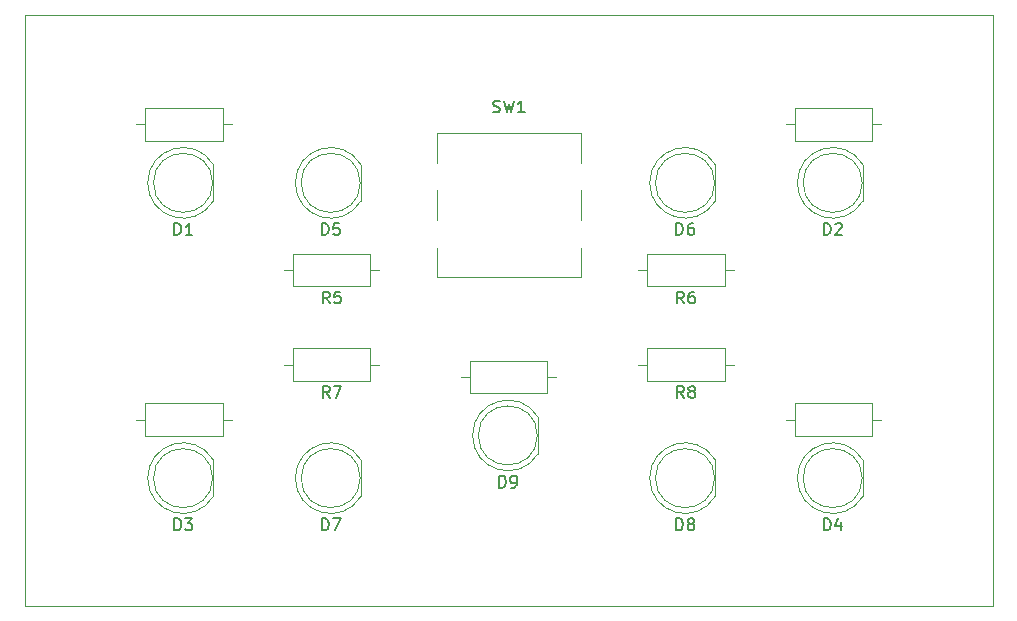
<source format=gbr>
%TF.GenerationSoftware,KiCad,Pcbnew,8.0.5*%
%TF.CreationDate,2025-02-06T11:19:09+08:00*%
%TF.ProjectId,arduino_solar_bikelight_2,61726475-696e-46f5-9f73-6f6c61725f62,rev?*%
%TF.SameCoordinates,Original*%
%TF.FileFunction,Legend,Top*%
%TF.FilePolarity,Positive*%
%FSLAX46Y46*%
G04 Gerber Fmt 4.6, Leading zero omitted, Abs format (unit mm)*
G04 Created by KiCad (PCBNEW 8.0.5) date 2025-02-06 11:19:09*
%MOMM*%
%LPD*%
G01*
G04 APERTURE LIST*
%ADD10C,0.150000*%
%ADD11C,0.120000*%
%TA.AperFunction,Profile*%
%ADD12C,0.050000*%
%TD*%
G04 APERTURE END LIST*
D10*
X147846905Y-55424819D02*
X147846905Y-54424819D01*
X147846905Y-54424819D02*
X148085000Y-54424819D01*
X148085000Y-54424819D02*
X148227857Y-54472438D01*
X148227857Y-54472438D02*
X148323095Y-54567676D01*
X148323095Y-54567676D02*
X148370714Y-54662914D01*
X148370714Y-54662914D02*
X148418333Y-54853390D01*
X148418333Y-54853390D02*
X148418333Y-54996247D01*
X148418333Y-54996247D02*
X148370714Y-55186723D01*
X148370714Y-55186723D02*
X148323095Y-55281961D01*
X148323095Y-55281961D02*
X148227857Y-55377200D01*
X148227857Y-55377200D02*
X148085000Y-55424819D01*
X148085000Y-55424819D02*
X147846905Y-55424819D01*
X149323095Y-54424819D02*
X148846905Y-54424819D01*
X148846905Y-54424819D02*
X148799286Y-54901009D01*
X148799286Y-54901009D02*
X148846905Y-54853390D01*
X148846905Y-54853390D02*
X148942143Y-54805771D01*
X148942143Y-54805771D02*
X149180238Y-54805771D01*
X149180238Y-54805771D02*
X149275476Y-54853390D01*
X149275476Y-54853390D02*
X149323095Y-54901009D01*
X149323095Y-54901009D02*
X149370714Y-54996247D01*
X149370714Y-54996247D02*
X149370714Y-55234342D01*
X149370714Y-55234342D02*
X149323095Y-55329580D01*
X149323095Y-55329580D02*
X149275476Y-55377200D01*
X149275476Y-55377200D02*
X149180238Y-55424819D01*
X149180238Y-55424819D02*
X148942143Y-55424819D01*
X148942143Y-55424819D02*
X148846905Y-55377200D01*
X148846905Y-55377200D02*
X148799286Y-55329580D01*
X177846905Y-80424819D02*
X177846905Y-79424819D01*
X177846905Y-79424819D02*
X178085000Y-79424819D01*
X178085000Y-79424819D02*
X178227857Y-79472438D01*
X178227857Y-79472438D02*
X178323095Y-79567676D01*
X178323095Y-79567676D02*
X178370714Y-79662914D01*
X178370714Y-79662914D02*
X178418333Y-79853390D01*
X178418333Y-79853390D02*
X178418333Y-79996247D01*
X178418333Y-79996247D02*
X178370714Y-80186723D01*
X178370714Y-80186723D02*
X178323095Y-80281961D01*
X178323095Y-80281961D02*
X178227857Y-80377200D01*
X178227857Y-80377200D02*
X178085000Y-80424819D01*
X178085000Y-80424819D02*
X177846905Y-80424819D01*
X178989762Y-79853390D02*
X178894524Y-79805771D01*
X178894524Y-79805771D02*
X178846905Y-79758152D01*
X178846905Y-79758152D02*
X178799286Y-79662914D01*
X178799286Y-79662914D02*
X178799286Y-79615295D01*
X178799286Y-79615295D02*
X178846905Y-79520057D01*
X178846905Y-79520057D02*
X178894524Y-79472438D01*
X178894524Y-79472438D02*
X178989762Y-79424819D01*
X178989762Y-79424819D02*
X179180238Y-79424819D01*
X179180238Y-79424819D02*
X179275476Y-79472438D01*
X179275476Y-79472438D02*
X179323095Y-79520057D01*
X179323095Y-79520057D02*
X179370714Y-79615295D01*
X179370714Y-79615295D02*
X179370714Y-79662914D01*
X179370714Y-79662914D02*
X179323095Y-79758152D01*
X179323095Y-79758152D02*
X179275476Y-79805771D01*
X179275476Y-79805771D02*
X179180238Y-79853390D01*
X179180238Y-79853390D02*
X178989762Y-79853390D01*
X178989762Y-79853390D02*
X178894524Y-79901009D01*
X178894524Y-79901009D02*
X178846905Y-79948628D01*
X178846905Y-79948628D02*
X178799286Y-80043866D01*
X178799286Y-80043866D02*
X178799286Y-80234342D01*
X178799286Y-80234342D02*
X178846905Y-80329580D01*
X178846905Y-80329580D02*
X178894524Y-80377200D01*
X178894524Y-80377200D02*
X178989762Y-80424819D01*
X178989762Y-80424819D02*
X179180238Y-80424819D01*
X179180238Y-80424819D02*
X179275476Y-80377200D01*
X179275476Y-80377200D02*
X179323095Y-80329580D01*
X179323095Y-80329580D02*
X179370714Y-80234342D01*
X179370714Y-80234342D02*
X179370714Y-80043866D01*
X179370714Y-80043866D02*
X179323095Y-79948628D01*
X179323095Y-79948628D02*
X179275476Y-79901009D01*
X179275476Y-79901009D02*
X179180238Y-79853390D01*
X135346905Y-55424819D02*
X135346905Y-54424819D01*
X135346905Y-54424819D02*
X135585000Y-54424819D01*
X135585000Y-54424819D02*
X135727857Y-54472438D01*
X135727857Y-54472438D02*
X135823095Y-54567676D01*
X135823095Y-54567676D02*
X135870714Y-54662914D01*
X135870714Y-54662914D02*
X135918333Y-54853390D01*
X135918333Y-54853390D02*
X135918333Y-54996247D01*
X135918333Y-54996247D02*
X135870714Y-55186723D01*
X135870714Y-55186723D02*
X135823095Y-55281961D01*
X135823095Y-55281961D02*
X135727857Y-55377200D01*
X135727857Y-55377200D02*
X135585000Y-55424819D01*
X135585000Y-55424819D02*
X135346905Y-55424819D01*
X136870714Y-55424819D02*
X136299286Y-55424819D01*
X136585000Y-55424819D02*
X136585000Y-54424819D01*
X136585000Y-54424819D02*
X136489762Y-54567676D01*
X136489762Y-54567676D02*
X136394524Y-54662914D01*
X136394524Y-54662914D02*
X136299286Y-54710533D01*
X148498333Y-69219819D02*
X148165000Y-68743628D01*
X147926905Y-69219819D02*
X147926905Y-68219819D01*
X147926905Y-68219819D02*
X148307857Y-68219819D01*
X148307857Y-68219819D02*
X148403095Y-68267438D01*
X148403095Y-68267438D02*
X148450714Y-68315057D01*
X148450714Y-68315057D02*
X148498333Y-68410295D01*
X148498333Y-68410295D02*
X148498333Y-68553152D01*
X148498333Y-68553152D02*
X148450714Y-68648390D01*
X148450714Y-68648390D02*
X148403095Y-68696009D01*
X148403095Y-68696009D02*
X148307857Y-68743628D01*
X148307857Y-68743628D02*
X147926905Y-68743628D01*
X148831667Y-68219819D02*
X149498333Y-68219819D01*
X149498333Y-68219819D02*
X149069762Y-69219819D01*
X162846905Y-76809819D02*
X162846905Y-75809819D01*
X162846905Y-75809819D02*
X163085000Y-75809819D01*
X163085000Y-75809819D02*
X163227857Y-75857438D01*
X163227857Y-75857438D02*
X163323095Y-75952676D01*
X163323095Y-75952676D02*
X163370714Y-76047914D01*
X163370714Y-76047914D02*
X163418333Y-76238390D01*
X163418333Y-76238390D02*
X163418333Y-76381247D01*
X163418333Y-76381247D02*
X163370714Y-76571723D01*
X163370714Y-76571723D02*
X163323095Y-76666961D01*
X163323095Y-76666961D02*
X163227857Y-76762200D01*
X163227857Y-76762200D02*
X163085000Y-76809819D01*
X163085000Y-76809819D02*
X162846905Y-76809819D01*
X163894524Y-76809819D02*
X164085000Y-76809819D01*
X164085000Y-76809819D02*
X164180238Y-76762200D01*
X164180238Y-76762200D02*
X164227857Y-76714580D01*
X164227857Y-76714580D02*
X164323095Y-76571723D01*
X164323095Y-76571723D02*
X164370714Y-76381247D01*
X164370714Y-76381247D02*
X164370714Y-76000295D01*
X164370714Y-76000295D02*
X164323095Y-75905057D01*
X164323095Y-75905057D02*
X164275476Y-75857438D01*
X164275476Y-75857438D02*
X164180238Y-75809819D01*
X164180238Y-75809819D02*
X163989762Y-75809819D01*
X163989762Y-75809819D02*
X163894524Y-75857438D01*
X163894524Y-75857438D02*
X163846905Y-75905057D01*
X163846905Y-75905057D02*
X163799286Y-76000295D01*
X163799286Y-76000295D02*
X163799286Y-76238390D01*
X163799286Y-76238390D02*
X163846905Y-76333628D01*
X163846905Y-76333628D02*
X163894524Y-76381247D01*
X163894524Y-76381247D02*
X163989762Y-76428866D01*
X163989762Y-76428866D02*
X164180238Y-76428866D01*
X164180238Y-76428866D02*
X164275476Y-76381247D01*
X164275476Y-76381247D02*
X164323095Y-76333628D01*
X164323095Y-76333628D02*
X164370714Y-76238390D01*
X190346905Y-55424819D02*
X190346905Y-54424819D01*
X190346905Y-54424819D02*
X190585000Y-54424819D01*
X190585000Y-54424819D02*
X190727857Y-54472438D01*
X190727857Y-54472438D02*
X190823095Y-54567676D01*
X190823095Y-54567676D02*
X190870714Y-54662914D01*
X190870714Y-54662914D02*
X190918333Y-54853390D01*
X190918333Y-54853390D02*
X190918333Y-54996247D01*
X190918333Y-54996247D02*
X190870714Y-55186723D01*
X190870714Y-55186723D02*
X190823095Y-55281961D01*
X190823095Y-55281961D02*
X190727857Y-55377200D01*
X190727857Y-55377200D02*
X190585000Y-55424819D01*
X190585000Y-55424819D02*
X190346905Y-55424819D01*
X191299286Y-54520057D02*
X191346905Y-54472438D01*
X191346905Y-54472438D02*
X191442143Y-54424819D01*
X191442143Y-54424819D02*
X191680238Y-54424819D01*
X191680238Y-54424819D02*
X191775476Y-54472438D01*
X191775476Y-54472438D02*
X191823095Y-54520057D01*
X191823095Y-54520057D02*
X191870714Y-54615295D01*
X191870714Y-54615295D02*
X191870714Y-54710533D01*
X191870714Y-54710533D02*
X191823095Y-54853390D01*
X191823095Y-54853390D02*
X191251667Y-55424819D01*
X191251667Y-55424819D02*
X191870714Y-55424819D01*
X135346905Y-80424819D02*
X135346905Y-79424819D01*
X135346905Y-79424819D02*
X135585000Y-79424819D01*
X135585000Y-79424819D02*
X135727857Y-79472438D01*
X135727857Y-79472438D02*
X135823095Y-79567676D01*
X135823095Y-79567676D02*
X135870714Y-79662914D01*
X135870714Y-79662914D02*
X135918333Y-79853390D01*
X135918333Y-79853390D02*
X135918333Y-79996247D01*
X135918333Y-79996247D02*
X135870714Y-80186723D01*
X135870714Y-80186723D02*
X135823095Y-80281961D01*
X135823095Y-80281961D02*
X135727857Y-80377200D01*
X135727857Y-80377200D02*
X135585000Y-80424819D01*
X135585000Y-80424819D02*
X135346905Y-80424819D01*
X136251667Y-79424819D02*
X136870714Y-79424819D01*
X136870714Y-79424819D02*
X136537381Y-79805771D01*
X136537381Y-79805771D02*
X136680238Y-79805771D01*
X136680238Y-79805771D02*
X136775476Y-79853390D01*
X136775476Y-79853390D02*
X136823095Y-79901009D01*
X136823095Y-79901009D02*
X136870714Y-79996247D01*
X136870714Y-79996247D02*
X136870714Y-80234342D01*
X136870714Y-80234342D02*
X136823095Y-80329580D01*
X136823095Y-80329580D02*
X136775476Y-80377200D01*
X136775476Y-80377200D02*
X136680238Y-80424819D01*
X136680238Y-80424819D02*
X136394524Y-80424819D01*
X136394524Y-80424819D02*
X136299286Y-80377200D01*
X136299286Y-80377200D02*
X136251667Y-80329580D01*
X147846905Y-80424819D02*
X147846905Y-79424819D01*
X147846905Y-79424819D02*
X148085000Y-79424819D01*
X148085000Y-79424819D02*
X148227857Y-79472438D01*
X148227857Y-79472438D02*
X148323095Y-79567676D01*
X148323095Y-79567676D02*
X148370714Y-79662914D01*
X148370714Y-79662914D02*
X148418333Y-79853390D01*
X148418333Y-79853390D02*
X148418333Y-79996247D01*
X148418333Y-79996247D02*
X148370714Y-80186723D01*
X148370714Y-80186723D02*
X148323095Y-80281961D01*
X148323095Y-80281961D02*
X148227857Y-80377200D01*
X148227857Y-80377200D02*
X148085000Y-80424819D01*
X148085000Y-80424819D02*
X147846905Y-80424819D01*
X148751667Y-79424819D02*
X149418333Y-79424819D01*
X149418333Y-79424819D02*
X148989762Y-80424819D01*
X162331667Y-45002200D02*
X162474524Y-45049819D01*
X162474524Y-45049819D02*
X162712619Y-45049819D01*
X162712619Y-45049819D02*
X162807857Y-45002200D01*
X162807857Y-45002200D02*
X162855476Y-44954580D01*
X162855476Y-44954580D02*
X162903095Y-44859342D01*
X162903095Y-44859342D02*
X162903095Y-44764104D01*
X162903095Y-44764104D02*
X162855476Y-44668866D01*
X162855476Y-44668866D02*
X162807857Y-44621247D01*
X162807857Y-44621247D02*
X162712619Y-44573628D01*
X162712619Y-44573628D02*
X162522143Y-44526009D01*
X162522143Y-44526009D02*
X162426905Y-44478390D01*
X162426905Y-44478390D02*
X162379286Y-44430771D01*
X162379286Y-44430771D02*
X162331667Y-44335533D01*
X162331667Y-44335533D02*
X162331667Y-44240295D01*
X162331667Y-44240295D02*
X162379286Y-44145057D01*
X162379286Y-44145057D02*
X162426905Y-44097438D01*
X162426905Y-44097438D02*
X162522143Y-44049819D01*
X162522143Y-44049819D02*
X162760238Y-44049819D01*
X162760238Y-44049819D02*
X162903095Y-44097438D01*
X163236429Y-44049819D02*
X163474524Y-45049819D01*
X163474524Y-45049819D02*
X163665000Y-44335533D01*
X163665000Y-44335533D02*
X163855476Y-45049819D01*
X163855476Y-45049819D02*
X164093572Y-44049819D01*
X164998333Y-45049819D02*
X164426905Y-45049819D01*
X164712619Y-45049819D02*
X164712619Y-44049819D01*
X164712619Y-44049819D02*
X164617381Y-44192676D01*
X164617381Y-44192676D02*
X164522143Y-44287914D01*
X164522143Y-44287914D02*
X164426905Y-44335533D01*
X178498333Y-69219819D02*
X178165000Y-68743628D01*
X177926905Y-69219819D02*
X177926905Y-68219819D01*
X177926905Y-68219819D02*
X178307857Y-68219819D01*
X178307857Y-68219819D02*
X178403095Y-68267438D01*
X178403095Y-68267438D02*
X178450714Y-68315057D01*
X178450714Y-68315057D02*
X178498333Y-68410295D01*
X178498333Y-68410295D02*
X178498333Y-68553152D01*
X178498333Y-68553152D02*
X178450714Y-68648390D01*
X178450714Y-68648390D02*
X178403095Y-68696009D01*
X178403095Y-68696009D02*
X178307857Y-68743628D01*
X178307857Y-68743628D02*
X177926905Y-68743628D01*
X179069762Y-68648390D02*
X178974524Y-68600771D01*
X178974524Y-68600771D02*
X178926905Y-68553152D01*
X178926905Y-68553152D02*
X178879286Y-68457914D01*
X178879286Y-68457914D02*
X178879286Y-68410295D01*
X178879286Y-68410295D02*
X178926905Y-68315057D01*
X178926905Y-68315057D02*
X178974524Y-68267438D01*
X178974524Y-68267438D02*
X179069762Y-68219819D01*
X179069762Y-68219819D02*
X179260238Y-68219819D01*
X179260238Y-68219819D02*
X179355476Y-68267438D01*
X179355476Y-68267438D02*
X179403095Y-68315057D01*
X179403095Y-68315057D02*
X179450714Y-68410295D01*
X179450714Y-68410295D02*
X179450714Y-68457914D01*
X179450714Y-68457914D02*
X179403095Y-68553152D01*
X179403095Y-68553152D02*
X179355476Y-68600771D01*
X179355476Y-68600771D02*
X179260238Y-68648390D01*
X179260238Y-68648390D02*
X179069762Y-68648390D01*
X179069762Y-68648390D02*
X178974524Y-68696009D01*
X178974524Y-68696009D02*
X178926905Y-68743628D01*
X178926905Y-68743628D02*
X178879286Y-68838866D01*
X178879286Y-68838866D02*
X178879286Y-69029342D01*
X178879286Y-69029342D02*
X178926905Y-69124580D01*
X178926905Y-69124580D02*
X178974524Y-69172200D01*
X178974524Y-69172200D02*
X179069762Y-69219819D01*
X179069762Y-69219819D02*
X179260238Y-69219819D01*
X179260238Y-69219819D02*
X179355476Y-69172200D01*
X179355476Y-69172200D02*
X179403095Y-69124580D01*
X179403095Y-69124580D02*
X179450714Y-69029342D01*
X179450714Y-69029342D02*
X179450714Y-68838866D01*
X179450714Y-68838866D02*
X179403095Y-68743628D01*
X179403095Y-68743628D02*
X179355476Y-68696009D01*
X179355476Y-68696009D02*
X179260238Y-68648390D01*
X177846905Y-55424819D02*
X177846905Y-54424819D01*
X177846905Y-54424819D02*
X178085000Y-54424819D01*
X178085000Y-54424819D02*
X178227857Y-54472438D01*
X178227857Y-54472438D02*
X178323095Y-54567676D01*
X178323095Y-54567676D02*
X178370714Y-54662914D01*
X178370714Y-54662914D02*
X178418333Y-54853390D01*
X178418333Y-54853390D02*
X178418333Y-54996247D01*
X178418333Y-54996247D02*
X178370714Y-55186723D01*
X178370714Y-55186723D02*
X178323095Y-55281961D01*
X178323095Y-55281961D02*
X178227857Y-55377200D01*
X178227857Y-55377200D02*
X178085000Y-55424819D01*
X178085000Y-55424819D02*
X177846905Y-55424819D01*
X179275476Y-54424819D02*
X179085000Y-54424819D01*
X179085000Y-54424819D02*
X178989762Y-54472438D01*
X178989762Y-54472438D02*
X178942143Y-54520057D01*
X178942143Y-54520057D02*
X178846905Y-54662914D01*
X178846905Y-54662914D02*
X178799286Y-54853390D01*
X178799286Y-54853390D02*
X178799286Y-55234342D01*
X178799286Y-55234342D02*
X178846905Y-55329580D01*
X178846905Y-55329580D02*
X178894524Y-55377200D01*
X178894524Y-55377200D02*
X178989762Y-55424819D01*
X178989762Y-55424819D02*
X179180238Y-55424819D01*
X179180238Y-55424819D02*
X179275476Y-55377200D01*
X179275476Y-55377200D02*
X179323095Y-55329580D01*
X179323095Y-55329580D02*
X179370714Y-55234342D01*
X179370714Y-55234342D02*
X179370714Y-54996247D01*
X179370714Y-54996247D02*
X179323095Y-54901009D01*
X179323095Y-54901009D02*
X179275476Y-54853390D01*
X179275476Y-54853390D02*
X179180238Y-54805771D01*
X179180238Y-54805771D02*
X178989762Y-54805771D01*
X178989762Y-54805771D02*
X178894524Y-54853390D01*
X178894524Y-54853390D02*
X178846905Y-54901009D01*
X178846905Y-54901009D02*
X178799286Y-54996247D01*
X148498333Y-61219819D02*
X148165000Y-60743628D01*
X147926905Y-61219819D02*
X147926905Y-60219819D01*
X147926905Y-60219819D02*
X148307857Y-60219819D01*
X148307857Y-60219819D02*
X148403095Y-60267438D01*
X148403095Y-60267438D02*
X148450714Y-60315057D01*
X148450714Y-60315057D02*
X148498333Y-60410295D01*
X148498333Y-60410295D02*
X148498333Y-60553152D01*
X148498333Y-60553152D02*
X148450714Y-60648390D01*
X148450714Y-60648390D02*
X148403095Y-60696009D01*
X148403095Y-60696009D02*
X148307857Y-60743628D01*
X148307857Y-60743628D02*
X147926905Y-60743628D01*
X149403095Y-60219819D02*
X148926905Y-60219819D01*
X148926905Y-60219819D02*
X148879286Y-60696009D01*
X148879286Y-60696009D02*
X148926905Y-60648390D01*
X148926905Y-60648390D02*
X149022143Y-60600771D01*
X149022143Y-60600771D02*
X149260238Y-60600771D01*
X149260238Y-60600771D02*
X149355476Y-60648390D01*
X149355476Y-60648390D02*
X149403095Y-60696009D01*
X149403095Y-60696009D02*
X149450714Y-60791247D01*
X149450714Y-60791247D02*
X149450714Y-61029342D01*
X149450714Y-61029342D02*
X149403095Y-61124580D01*
X149403095Y-61124580D02*
X149355476Y-61172200D01*
X149355476Y-61172200D02*
X149260238Y-61219819D01*
X149260238Y-61219819D02*
X149022143Y-61219819D01*
X149022143Y-61219819D02*
X148926905Y-61172200D01*
X148926905Y-61172200D02*
X148879286Y-61124580D01*
X190346905Y-80424819D02*
X190346905Y-79424819D01*
X190346905Y-79424819D02*
X190585000Y-79424819D01*
X190585000Y-79424819D02*
X190727857Y-79472438D01*
X190727857Y-79472438D02*
X190823095Y-79567676D01*
X190823095Y-79567676D02*
X190870714Y-79662914D01*
X190870714Y-79662914D02*
X190918333Y-79853390D01*
X190918333Y-79853390D02*
X190918333Y-79996247D01*
X190918333Y-79996247D02*
X190870714Y-80186723D01*
X190870714Y-80186723D02*
X190823095Y-80281961D01*
X190823095Y-80281961D02*
X190727857Y-80377200D01*
X190727857Y-80377200D02*
X190585000Y-80424819D01*
X190585000Y-80424819D02*
X190346905Y-80424819D01*
X191775476Y-79758152D02*
X191775476Y-80424819D01*
X191537381Y-79377200D02*
X191299286Y-80091485D01*
X191299286Y-80091485D02*
X191918333Y-80091485D01*
X178498333Y-61219819D02*
X178165000Y-60743628D01*
X177926905Y-61219819D02*
X177926905Y-60219819D01*
X177926905Y-60219819D02*
X178307857Y-60219819D01*
X178307857Y-60219819D02*
X178403095Y-60267438D01*
X178403095Y-60267438D02*
X178450714Y-60315057D01*
X178450714Y-60315057D02*
X178498333Y-60410295D01*
X178498333Y-60410295D02*
X178498333Y-60553152D01*
X178498333Y-60553152D02*
X178450714Y-60648390D01*
X178450714Y-60648390D02*
X178403095Y-60696009D01*
X178403095Y-60696009D02*
X178307857Y-60743628D01*
X178307857Y-60743628D02*
X177926905Y-60743628D01*
X179355476Y-60219819D02*
X179165000Y-60219819D01*
X179165000Y-60219819D02*
X179069762Y-60267438D01*
X179069762Y-60267438D02*
X179022143Y-60315057D01*
X179022143Y-60315057D02*
X178926905Y-60457914D01*
X178926905Y-60457914D02*
X178879286Y-60648390D01*
X178879286Y-60648390D02*
X178879286Y-61029342D01*
X178879286Y-61029342D02*
X178926905Y-61124580D01*
X178926905Y-61124580D02*
X178974524Y-61172200D01*
X178974524Y-61172200D02*
X179069762Y-61219819D01*
X179069762Y-61219819D02*
X179260238Y-61219819D01*
X179260238Y-61219819D02*
X179355476Y-61172200D01*
X179355476Y-61172200D02*
X179403095Y-61124580D01*
X179403095Y-61124580D02*
X179450714Y-61029342D01*
X179450714Y-61029342D02*
X179450714Y-60791247D01*
X179450714Y-60791247D02*
X179403095Y-60696009D01*
X179403095Y-60696009D02*
X179355476Y-60648390D01*
X179355476Y-60648390D02*
X179260238Y-60600771D01*
X179260238Y-60600771D02*
X179069762Y-60600771D01*
X179069762Y-60600771D02*
X178974524Y-60648390D01*
X178974524Y-60648390D02*
X178926905Y-60696009D01*
X178926905Y-60696009D02*
X178879286Y-60791247D01*
D11*
%TO.C,R9*%
X159625000Y-67445000D02*
X160395000Y-67445000D01*
X160395000Y-66075000D02*
X160395000Y-68815000D01*
X160395000Y-68815000D02*
X166935000Y-68815000D01*
X166935000Y-66075000D02*
X160395000Y-66075000D01*
X166935000Y-68815000D02*
X166935000Y-66075000D01*
X167705000Y-67445000D02*
X166935000Y-67445000D01*
%TO.C,D5*%
X151145000Y-52555000D02*
X151145000Y-49465000D01*
X145595000Y-51010462D02*
G75*
G02*
X151145000Y-49465170I2990000J462D01*
G01*
X151145000Y-52554830D02*
G75*
G02*
X145595000Y-51009538I-2560000J1544830D01*
G01*
X151085000Y-51010000D02*
G75*
G02*
X146085000Y-51010000I-2500000J0D01*
G01*
X146085000Y-51010000D02*
G75*
G02*
X151085000Y-51010000I2500000J0D01*
G01*
%TO.C,D8*%
X181145000Y-77555000D02*
X181145000Y-74465000D01*
X175595000Y-76010462D02*
G75*
G02*
X181145000Y-74465170I2990000J462D01*
G01*
X181145000Y-77554830D02*
G75*
G02*
X175595000Y-76009538I-2560000J1544830D01*
G01*
X181085000Y-76010000D02*
G75*
G02*
X176085000Y-76010000I-2500000J0D01*
G01*
X176085000Y-76010000D02*
G75*
G02*
X181085000Y-76010000I2500000J0D01*
G01*
%TO.C,R4*%
X187125000Y-71060000D02*
X187895000Y-71060000D01*
X187895000Y-69690000D02*
X187895000Y-72430000D01*
X187895000Y-72430000D02*
X194435000Y-72430000D01*
X194435000Y-69690000D02*
X187895000Y-69690000D01*
X194435000Y-72430000D02*
X194435000Y-69690000D01*
X195205000Y-71060000D02*
X194435000Y-71060000D01*
%TO.C,D1*%
X138645000Y-52555000D02*
X138645000Y-49465000D01*
X133095000Y-51010462D02*
G75*
G02*
X138645000Y-49465170I2990000J462D01*
G01*
X138645000Y-52554830D02*
G75*
G02*
X133095000Y-51009538I-2560000J1544830D01*
G01*
X138585000Y-51010000D02*
G75*
G02*
X133585000Y-51010000I-2500000J0D01*
G01*
X133585000Y-51010000D02*
G75*
G02*
X138585000Y-51010000I2500000J0D01*
G01*
%TO.C,R7*%
X144625000Y-66395000D02*
X145395000Y-66395000D01*
X145395000Y-65025000D02*
X145395000Y-67765000D01*
X145395000Y-67765000D02*
X151935000Y-67765000D01*
X151935000Y-65025000D02*
X145395000Y-65025000D01*
X151935000Y-67765000D02*
X151935000Y-65025000D01*
X152705000Y-66395000D02*
X151935000Y-66395000D01*
%TO.C,D9*%
X166145000Y-73940000D02*
X166145000Y-70850000D01*
X160595000Y-72395462D02*
G75*
G02*
X166145000Y-70850170I2990000J462D01*
G01*
X166145000Y-73939830D02*
G75*
G02*
X160595000Y-72394538I-2560000J1544830D01*
G01*
X166085000Y-72395000D02*
G75*
G02*
X161085000Y-72395000I-2500000J0D01*
G01*
X161085000Y-72395000D02*
G75*
G02*
X166085000Y-72395000I2500000J0D01*
G01*
%TO.C,D2*%
X193645000Y-52555000D02*
X193645000Y-49465000D01*
X188095000Y-51010462D02*
G75*
G02*
X193645000Y-49465170I2990000J462D01*
G01*
X193645000Y-52554830D02*
G75*
G02*
X188095000Y-51009538I-2560000J1544830D01*
G01*
X193585000Y-51010000D02*
G75*
G02*
X188585000Y-51010000I-2500000J0D01*
G01*
X188585000Y-51010000D02*
G75*
G02*
X193585000Y-51010000I2500000J0D01*
G01*
%TO.C,R1*%
X132125000Y-46060000D02*
X132895000Y-46060000D01*
X132895000Y-44690000D02*
X132895000Y-47430000D01*
X132895000Y-47430000D02*
X139435000Y-47430000D01*
X139435000Y-44690000D02*
X132895000Y-44690000D01*
X139435000Y-47430000D02*
X139435000Y-44690000D01*
X140205000Y-46060000D02*
X139435000Y-46060000D01*
%TO.C,D3*%
X138645000Y-77555000D02*
X138645000Y-74465000D01*
X133095000Y-76010462D02*
G75*
G02*
X138645000Y-74465170I2990000J462D01*
G01*
X138645000Y-77554830D02*
G75*
G02*
X133095000Y-76009538I-2560000J1544830D01*
G01*
X138585000Y-76010000D02*
G75*
G02*
X133585000Y-76010000I-2500000J0D01*
G01*
X133585000Y-76010000D02*
G75*
G02*
X138585000Y-76010000I2500000J0D01*
G01*
%TO.C,D7*%
X151145000Y-77555000D02*
X151145000Y-74465000D01*
X145595000Y-76010462D02*
G75*
G02*
X151145000Y-74465170I2990000J462D01*
G01*
X151145000Y-77554830D02*
G75*
G02*
X145595000Y-76009538I-2560000J1544830D01*
G01*
X151085000Y-76010000D02*
G75*
G02*
X146085000Y-76010000I-2500000J0D01*
G01*
X146085000Y-76010000D02*
G75*
G02*
X151085000Y-76010000I2500000J0D01*
G01*
%TO.C,R3*%
X132125000Y-71060000D02*
X132895000Y-71060000D01*
X132895000Y-69690000D02*
X132895000Y-72430000D01*
X132895000Y-72430000D02*
X139435000Y-72430000D01*
X139435000Y-69690000D02*
X132895000Y-69690000D01*
X139435000Y-72430000D02*
X139435000Y-69690000D01*
X140205000Y-71060000D02*
X139435000Y-71060000D01*
%TO.C,SW1*%
X157555000Y-46785000D02*
X157555000Y-49295000D01*
X157555000Y-46785000D02*
X169775000Y-46785000D01*
X157555000Y-51595000D02*
X157555000Y-54195000D01*
X157555000Y-56495000D02*
X157555000Y-59005000D01*
X169775000Y-46785000D02*
X169775000Y-49295000D01*
X169775000Y-51595000D02*
X169775000Y-54195000D01*
X169775000Y-56495000D02*
X169775000Y-59005000D01*
X169775000Y-59005000D02*
X157555000Y-59005000D01*
%TO.C,R8*%
X174625000Y-66395000D02*
X175395000Y-66395000D01*
X175395000Y-65025000D02*
X175395000Y-67765000D01*
X175395000Y-67765000D02*
X181935000Y-67765000D01*
X181935000Y-65025000D02*
X175395000Y-65025000D01*
X181935000Y-67765000D02*
X181935000Y-65025000D01*
X182705000Y-66395000D02*
X181935000Y-66395000D01*
%TO.C,R2*%
X187125000Y-46060000D02*
X187895000Y-46060000D01*
X187895000Y-44690000D02*
X187895000Y-47430000D01*
X187895000Y-47430000D02*
X194435000Y-47430000D01*
X194435000Y-44690000D02*
X187895000Y-44690000D01*
X194435000Y-47430000D02*
X194435000Y-44690000D01*
X195205000Y-46060000D02*
X194435000Y-46060000D01*
%TO.C,D6*%
X181145000Y-52555000D02*
X181145000Y-49465000D01*
X175595000Y-51010462D02*
G75*
G02*
X181145000Y-49465170I2990000J462D01*
G01*
X181145000Y-52554830D02*
G75*
G02*
X175595000Y-51009538I-2560000J1544830D01*
G01*
X181085000Y-51010000D02*
G75*
G02*
X176085000Y-51010000I-2500000J0D01*
G01*
X176085000Y-51010000D02*
G75*
G02*
X181085000Y-51010000I2500000J0D01*
G01*
%TO.C,R5*%
X144625000Y-58395000D02*
X145395000Y-58395000D01*
X145395000Y-57025000D02*
X145395000Y-59765000D01*
X145395000Y-59765000D02*
X151935000Y-59765000D01*
X151935000Y-57025000D02*
X145395000Y-57025000D01*
X151935000Y-59765000D02*
X151935000Y-57025000D01*
X152705000Y-58395000D02*
X151935000Y-58395000D01*
%TO.C,D4*%
X193645000Y-77555000D02*
X193645000Y-74465000D01*
X188095000Y-76010462D02*
G75*
G02*
X193645000Y-74465170I2990000J462D01*
G01*
X193645000Y-77554830D02*
G75*
G02*
X188095000Y-76009538I-2560000J1544830D01*
G01*
X193585000Y-76010000D02*
G75*
G02*
X188585000Y-76010000I-2500000J0D01*
G01*
X188585000Y-76010000D02*
G75*
G02*
X193585000Y-76010000I2500000J0D01*
G01*
%TO.C,R6*%
X174625000Y-58395000D02*
X175395000Y-58395000D01*
X175395000Y-57025000D02*
X175395000Y-59765000D01*
X175395000Y-59765000D02*
X181935000Y-59765000D01*
X181935000Y-57025000D02*
X175395000Y-57025000D01*
X181935000Y-59765000D02*
X181935000Y-57025000D01*
X182705000Y-58395000D02*
X181935000Y-58395000D01*
%TD*%
D12*
X122665000Y-36830000D02*
X204665000Y-36830000D01*
X204665000Y-86830000D01*
X122665000Y-86830000D01*
X122665000Y-36830000D01*
M02*

</source>
